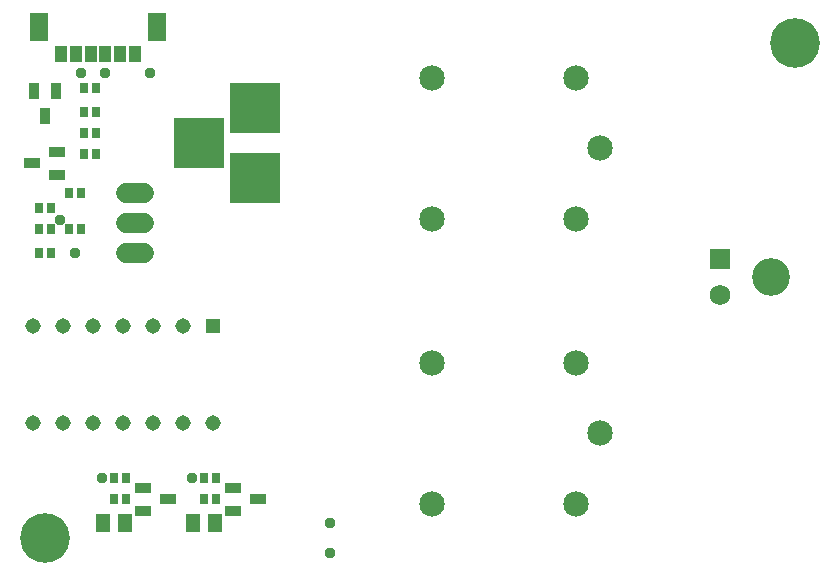
<source format=gbr>
G04 EAGLE Gerber RS-274X export*
G75*
%MOMM*%
%FSLAX34Y34*%
%LPD*%
%INSoldermask Top*%
%IPPOS*%
%AMOC8*
5,1,8,0,0,1.08239X$1,22.5*%
G01*
G04 Define Apertures*
%ADD10C,4.203200*%
%ADD11R,0.763200X0.832300*%
%ADD12R,4.319194X4.319194*%
%ADD13R,1.003200X1.403200*%
%ADD14R,1.503200X2.353200*%
%ADD15R,1.733200X1.733200*%
%ADD16C,1.733200*%
%ADD17C,3.200400*%
%ADD18C,2.153200*%
%ADD19R,1.311200X1.311200*%
%ADD20C,1.311200*%
%ADD21C,1.727200*%
%ADD22R,0.738300X0.847200*%
%ADD23R,0.828000X1.426700*%
%ADD24R,1.426700X0.828000*%
%ADD25R,1.234400X1.623400*%
%ADD26C,0.959600*%
D10*
X1308100Y558800D03*
X1943100Y977900D03*
D11*
X1328654Y820420D03*
X1338346Y820420D03*
D12*
X1485900Y863600D03*
X1438900Y893600D03*
X1485900Y923600D03*
D13*
X1384300Y968840D03*
X1371800Y968840D03*
X1359300Y968840D03*
X1346800Y968840D03*
X1334300Y968840D03*
X1321800Y968840D03*
D14*
X1403300Y991790D03*
X1302800Y991790D03*
D15*
X1879600Y795020D03*
D16*
X1879600Y765020D03*
D17*
X1922780Y780034D03*
D18*
X1777900Y889000D03*
X1757900Y949000D03*
X1635680Y949000D03*
X1635680Y829000D03*
X1757900Y829000D03*
X1777900Y647700D03*
X1757900Y707700D03*
X1635680Y707700D03*
X1635680Y587700D03*
X1757900Y587700D03*
D19*
X1450800Y739016D03*
D20*
X1425400Y739016D03*
X1400000Y739016D03*
X1374600Y739016D03*
X1349200Y739016D03*
X1323800Y739016D03*
X1298400Y739016D03*
X1298400Y656466D03*
X1323800Y656466D03*
X1349200Y656466D03*
X1374600Y656466D03*
X1400000Y656466D03*
X1425400Y656466D03*
X1450800Y656466D03*
D21*
X1391920Y850900D02*
X1376680Y850900D01*
X1376680Y825500D02*
X1391920Y825500D01*
X1391920Y800100D02*
X1376680Y800100D01*
D22*
X1313175Y838200D03*
X1303025Y838200D03*
X1303025Y820420D03*
X1313175Y820420D03*
X1341125Y901700D03*
X1351275Y901700D03*
X1341125Y919480D03*
X1351275Y919480D03*
X1303025Y800100D03*
X1313175Y800100D03*
X1328425Y850900D03*
X1338575Y850900D03*
D23*
X1317600Y937740D03*
X1298600Y937740D03*
X1308100Y916460D03*
D24*
X1318740Y866800D03*
X1318740Y885800D03*
X1297460Y876300D03*
D22*
X1341125Y939800D03*
X1351275Y939800D03*
X1341125Y883920D03*
X1351275Y883920D03*
D24*
X1391440Y601320D03*
X1391440Y582320D03*
X1412720Y591820D03*
X1467640Y601320D03*
X1467640Y582320D03*
X1488920Y591820D03*
D22*
X1366525Y609600D03*
X1376675Y609600D03*
X1442725Y609600D03*
X1452875Y609600D03*
X1366525Y591820D03*
X1376675Y591820D03*
X1442725Y591820D03*
X1452875Y591820D03*
D25*
X1357325Y571500D03*
X1375715Y571500D03*
X1433525Y571500D03*
X1451915Y571500D03*
D26*
X1320548Y828040D03*
X1333500Y800100D03*
X1338580Y952500D03*
X1432560Y609600D03*
X1358900Y952500D03*
X1356360Y609600D03*
X1397000Y952500D03*
X1549400Y546100D03*
X1549400Y571500D03*
M02*

</source>
